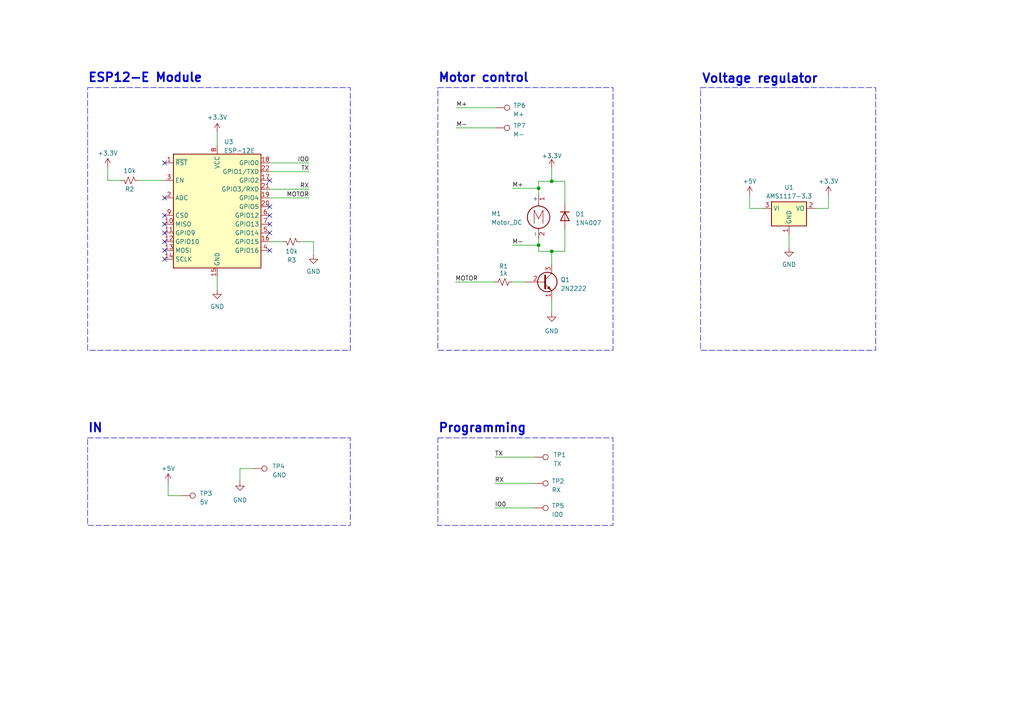
<source format=kicad_sch>
(kicad_sch (version 20230121) (generator eeschema)
  (paper "A4")
  (title_block (title "Smart Air Freshener") (date "2023-05-23") (rev "1.0"))
  (lib_symbols
    (symbol "Connector:TestPoint" (pin_numbers hide) (pin_names (offset 0.762) hide)
      (property "Reference" "TP" (at 0 6.858 0))
      (property "Value" "TestPoint" (at 0 5.08 0))
      (symbol "TestPoint_0_1"
        (circle (center 0 3.302) (radius 0.762))
      )
      (symbol "TestPoint_1_1"
        (pin passive line (at 0 0 90) (length 2.54) (name "1") (number "1"))
      )
    )
    (symbol "Device:R_Small_US" (pin_numbers hide) (pin_names (offset 0.254) hide)
      (property "Reference" "R" (at 0.762 0.508 0))
      (property "Value" "R_Small_US" (at 0.762 -1.016 0))
      (symbol "R_Small_US_1_1"
        (polyline (pts (xy 0 0) (xy 1.016 -0.381) (xy 0 -0.762) (xy -1.016 -1.143) (xy 0 -1.524)))
        (polyline (pts (xy 0 1.524) (xy 1.016 1.143) (xy 0 0.762) (xy -1.016 0.381) (xy 0 0)))
        (pin passive line (at 0 2.54 270) (length 1.016) (name "~") (number "1"))
        (pin passive line (at 0 -2.54 90) (length 1.016) (name "~") (number "2"))
      )
    )
    (symbol "Diode:1N4007" (pin_numbers hide) (pin_names hide)
      (property "Reference" "D" (at 0 2.54 0))
      (property "Value" "1N4007" (at 0 -2.54 0))
      (symbol "1N4007_0_1"
        (polyline (pts (xy -1.27 1.27) (xy -1.27 -1.27)) (stroke (width 0.254)))
        (polyline (pts (xy 1.27 0) (xy -1.27 0)))
        (polyline (pts (xy 1.27 1.27) (xy 1.27 -1.27) (xy -1.27 0) (xy 1.27 1.27)) (stroke (width 0.254)))
      )
      (symbol "1N4007_1_1"
        (pin passive line (at -3.81 0 0) (length 2.54) (name "K") (number "1"))
        (pin passive line (at 3.81 0 180) (length 2.54) (name "A") (number "2"))
      )
    )
    (symbol "GND_1" (power) (pin_names (offset 0))
      (property "Value" "GND_1" (at 0 -3.81 0))
      (symbol "GND_1_0_1"
        (polyline (pts (xy 0 0) (xy 0 -1.27) (xy 1.27 -1.27) (xy 0 -2.54) (xy -1.27 -1.27) (xy 0 -1.27)))
      )
      (symbol "GND_1_1_1"
        (pin power_in line (at 0 0 270) (length 0) hide (name "GND") (number "1"))
      )
    )
    (symbol "GND_2" (power) (pin_names (offset 0))
      (property "Value" "GND_2" (at 0 -3.81 0))
      (symbol "GND_2_0_1"
        (polyline (pts (xy 0 0) (xy 0 -1.27) (xy 1.27 -1.27) (xy 0 -2.54) (xy -1.27 -1.27) (xy 0 -1.27)))
      )
      (symbol "GND_2_1_1"
        (pin power_in line (at 0 0 270) (length 0) hide (name "GND") (number "1"))
      )
    )
    (symbol "GND_3" (power) (pin_names (offset 0))
      (property "Value" "GND_3" (at 0 -3.81 0))
      (symbol "GND_3_0_1"
        (polyline (pts (xy 0 0) (xy 0 -1.27) (xy 1.27 -1.27) (xy 0 -2.54) (xy -1.27 -1.27) (xy 0 -1.27)))
      )
      (symbol "GND_3_1_1"
        (pin power_in line (at 0 0 270) (length 0) hide (name "GND") (number "1"))
      )
    )
    (symbol "Motor:Motor_DC" (pin_names (offset 0))
      (property "Reference" "M" (at 2.54 2.54 0))
      (property "Value" "Motor_DC" (at 2.54 -5.08 0))
      (symbol "Motor_DC_0_0"
        (polyline (pts (xy -1.27 -3.302) (xy -1.27 0.508) (xy 0 -2.032) (xy 1.27 0.508) (xy 1.27 -3.302)))
      )
      (symbol "Motor_DC_0_1"
        (circle (center 0 -1.524) (radius 3.2512) (stroke (width 0.254)))
        (polyline (pts (xy 0 -7.62) (xy 0 -7.112)))
        (polyline (pts (xy 0 -4.7752) (xy 0 -5.1816)))
        (polyline (pts (xy 0 1.7272) (xy 0 2.0828)))
        (polyline (pts (xy 0 2.032) (xy 0 2.54)))
      )
      (symbol "Motor_DC_1_1"
        (pin passive line (at 0 5.08 270) (length 2.54) (name "+") (number "1"))
        (pin passive line (at 0 -7.62 90) (length 2.54) (name "-") (number "2"))
      )
    )
    (symbol "RF_Module:ESP-12E"
      (property "Reference" "U" (at -12.7 19.05 0))
      (property "Value" "ESP-12E" (at 12.7 19.05 0))
      (symbol "ESP-12E_0_1"
        (rectangle (start -12.7 17.78) (end 12.7 -15.24) (stroke (width 0.254)) (fill (type background)))
      )
      (symbol "ESP-12E_1_1"
        (pin input line (at -15.24 15.24 0) (length 2.54) (name "~{RST}") (number "1"))
        (pin bidirectional line (at -15.24 -2.54 0) (length 2.54) (name "MISO") (number "10"))
        (pin bidirectional line (at -15.24 -5.08 0) (length 2.54) (name "GPIO9") (number "11"))
        (pin bidirectional line (at -15.24 -7.62 0) (length 2.54) (name "GPIO10") (number "12"))
        (pin bidirectional line (at -15.24 -10.16 0) (length 2.54) (name "MOSI") (number "13"))
        (pin bidirectional line (at -15.24 -12.7 0) (length 2.54) (name "SCLK") (number "14"))
        (pin power_in line (at 0 -17.78 90) (length 2.54) (name "GND") (number "15"))
        (pin bidirectional line (at 15.24 -7.62 180) (length 2.54) (name "GPIO15") (number "16"))
        (pin bidirectional line (at 15.24 10.16 180) (length 2.54) (name "GPIO2") (number "17"))
        (pin bidirectional line (at 15.24 15.24 180) (length 2.54) (name "GPIO0") (number "18"))
        (pin bidirectional line (at 15.24 5.08 180) (length 2.54) (name "GPIO4") (number "19"))
        (pin input line (at -15.24 5.08 0) (length 2.54) (name "ADC") (number "2"))
        (pin bidirectional line (at 15.24 2.54 180) (length 2.54) (name "GPIO5") (number "20"))
        (pin bidirectional line (at 15.24 7.62 180) (length 2.54) (name "GPIO3/RXD") (number "21"))
        (pin bidirectional line (at 15.24 12.7 180) (length 2.54) (name "GPIO1/TXD") (number "22"))
        (pin input line (at -15.24 10.16 0) (length 2.54) (name "EN") (number "3"))
        (pin bidirectional line (at 15.24 -10.16 180) (length 2.54) (name "GPIO16") (number "4"))
        (pin bidirectional line (at 15.24 -5.08 180) (length 2.54) (name "GPIO14") (number "5"))
        (pin bidirectional line (at 15.24 0 180) (length 2.54) (name "GPIO12") (number "6"))
        (pin bidirectional line (at 15.24 -2.54 180) (length 2.54) (name "GPIO13") (number "7"))
        (pin power_in line (at 0 20.32 270) (length 2.54) (name "VCC") (number "8"))
        (pin input line (at -15.24 0 0) (length 2.54) (name "CS0") (number "9"))
      )
    )
    (symbol "Regulator_Linear:AMS1117-3.3"
      (property "Reference" "U" (at -3.81 3.175 0))
      (property "Value" "AMS1117-3.3" (at 0 3.175 0))
      (symbol "AMS1117-3.3_0_1"
        (rectangle (start -5.08 -5.08) (end 5.08 1.905) (stroke (width 0.254)) (fill (type background)))
      )
      (symbol "AMS1117-3.3_1_1"
        (pin power_in line (at 0 -7.62 90) (length 2.54) (name "GND") (number "1"))
        (pin power_out line (at 7.62 0 180) (length 2.54) (name "VO") (number "2"))
        (pin power_in line (at -7.62 0 0) (length 2.54) (name "VI") (number "3"))
      )
    )
    (symbol "Transistor_BJT:2N3904" (pin_names (offset 0) hide)
      (property "Reference" "Q" (at 5.08 1.905 0))
      (property "Value" "2N3904" (at 5.08 0 0))
      (symbol "2N3904_0_1"
        (polyline (pts (xy 0.635 0.635) (xy 2.54 2.54)))
        (polyline (pts (xy 0.635 -0.635) (xy 2.54 -2.54) (xy 2.54 -2.54)))
        (polyline (pts (xy 0.635 1.905) (xy 0.635 -1.905) (xy 0.635 -1.905)) (stroke (width 0.508)))
        (polyline (pts (xy 1.27 -1.778) (xy 1.778 -1.27) (xy 2.286 -2.286) (xy 1.27 -1.778) (xy 1.27 -1.778)) (fill (type outline)))
        (circle (center 1.27 0) (radius 2.8194) (stroke (width 0.254)))
      )
      (symbol "2N3904_1_1"
        (pin passive line (at 2.54 -5.08 90) (length 2.54) (name "E") (number "1"))
        (pin passive line (at -5.08 0 0) (length 5.715) (name "B") (number "2"))
        (pin passive line (at 2.54 5.08 270) (length 2.54) (name "C") (number "3"))
      )
    )
    (symbol "power:+3.3V" (power) (pin_names (offset 0))
      (property "Value" "+3.3V" (at 0 3.556 0))
      (symbol "+3.3V_0_1"
        (polyline (pts (xy -0.762 1.27) (xy 0 2.54)))
        (polyline (pts (xy 0 0) (xy 0 2.54)))
        (polyline (pts (xy 0 2.54) (xy 0.762 1.27)))
      )
      (symbol "+3.3V_1_1"
        (pin power_in line (at 0 0 90) (length 0) hide (name "+3.3V") (number "1"))
      )
    )
    (symbol "power:+5V" (power) (pin_names (offset 0))
      (property "Value" "+5V" (at 0 3.556 0))
      (symbol "+5V_0_1"
        (polyline (pts (xy -0.762 1.27) (xy 0 2.54)))
        (polyline (pts (xy 0 0) (xy 0 2.54)))
        (polyline (pts (xy 0 2.54) (xy 0.762 1.27)))
      )
      (symbol "+5V_1_1"
        (pin power_in line (at 0 0 90) (length 0) hide (name "+5V") (number "1"))
      )
    )
    (symbol "power:GND" (power) (pin_names (offset 0))
      (property "Value" "GND" (at 0 -3.81 0))
      (symbol "GND_0_1"
        (polyline (pts (xy 0 0) (xy 0 -1.27) (xy 1.27 -1.27) (xy 0 -2.54) (xy -1.27 -1.27) (xy 0 -1.27)))
      )
      (symbol "GND_1_1"
        (pin power_in line (at 0 0 270) (length 0) hide (name "GND") (number "1"))
      )
    )
  )
  (junction (at 156.21 71.12))
  (junction (at 160.02 52.578))
  (junction (at 160.02 72.898))
  (junction (at 156.21 54.61))
  (no_connect (at 47.752 72.644))
  (no_connect (at 78.232 67.564))
  (no_connect (at 78.232 62.484))
  (no_connect (at 47.752 67.564))
  (no_connect (at 47.752 65.024))
  (no_connect (at 47.752 70.104))
  (no_connect (at 78.232 59.944))
  (no_connect (at 47.752 47.244))
  (no_connect (at 47.752 57.404))
  (no_connect (at 78.232 52.324))
  (no_connect (at 47.752 75.184))
  (no_connect (at 78.232 65.024))
  (no_connect (at 47.752 62.484))
  (no_connect (at 78.232 72.644))
  (wire (pts (xy 78.232 57.404) (xy 89.662 57.404)))
  (wire (pts (xy 82.042 70.104) (xy 78.232 70.104)))
  (wire (pts (xy 240.284 60.452) (xy 236.474 60.452)))
  (wire (pts (xy 31.242 52.324) (xy 31.242 48.514)))
  (wire (pts (xy 156.21 52.578) (xy 160.02 52.578)))
  (wire (pts (xy 69.596 135.89) (xy 69.596 139.7)))
  (wire (pts (xy 78.232 49.784) (xy 89.662 49.784)))
  (wire (pts (xy 163.83 66.548) (xy 163.83 72.898)))
  (wire (pts (xy 90.932 70.104) (xy 90.932 73.914)))
  (wire (pts (xy 160.02 48.768) (xy 160.02 52.578)))
  (wire (pts (xy 40.132 52.324) (xy 47.752 52.324)))
  (wire (pts (xy 132.08 81.788) (xy 143.51 81.788)))
  (wire (pts (xy 78.232 54.864) (xy 89.662 54.864)))
  (wire (pts (xy 156.21 54.61) (xy 156.21 56.388)))
  (wire (pts (xy 62.992 42.164) (xy 62.992 38.354)))
  (wire (pts (xy 143.764 37.084) (xy 132.334 37.084)))
  (wire (pts (xy 35.052 52.324) (xy 31.242 52.324)))
  (wire (pts (xy 221.234 60.452) (xy 217.424 60.452)))
  (wire (pts (xy 154.94 140.208) (xy 143.51 140.208)))
  (wire (pts (xy 62.992 80.264) (xy 62.992 84.074)))
  (wire (pts (xy 217.424 56.642) (xy 217.424 60.452)))
  (wire (pts (xy 160.02 86.868) (xy 160.02 90.678)))
  (wire (pts (xy 160.02 72.898) (xy 160.02 76.708)))
  (wire (pts (xy 228.854 68.072) (xy 228.854 71.882)))
  (wire (pts (xy 154.94 147.32) (xy 143.51 147.32)))
  (wire (pts (xy 156.21 72.898) (xy 160.02 72.898)))
  (wire (pts (xy 52.578 143.764) (xy 48.768 143.764)))
  (wire (pts (xy 240.284 56.642) (xy 240.284 60.452)))
  (wire (pts (xy 69.596 135.89) (xy 73.406 135.89)))
  (wire (pts (xy 154.94 132.588) (xy 143.51 132.588)))
  (wire (pts (xy 90.932 70.104) (xy 87.122 70.104)))
  (wire (pts (xy 48.768 139.954) (xy 48.768 143.764)))
  (wire (pts (xy 143.764 31.242) (xy 132.334 31.242)))
  (wire (pts (xy 160.02 72.898) (xy 163.83 72.898)))
  (wire (pts (xy 160.02 52.578) (xy 163.83 52.578)))
  (wire (pts (xy 148.59 71.12) (xy 156.21 71.12)))
  (wire (pts (xy 156.21 71.12) (xy 156.21 72.898)))
  (wire (pts (xy 78.232 47.244) (xy 89.662 47.244)))
  (wire (pts (xy 163.83 52.578) (xy 163.83 58.928)))
  (wire (pts (xy 148.59 54.61) (xy 156.21 54.61)))
  (wire (pts (xy 156.21 52.578) (xy 156.21 54.61)))
  (wire (pts (xy 148.59 81.788) (xy 152.4 81.788)))
  (wire (pts (xy 156.21 69.088) (xy 156.21 71.12)))
  (rectangle (start 203.2 25.4) (end 254 101.6) (stroke (width 0) (type dash)))
  (rectangle (start 127 127) (end 177.8 152.4) (stroke (width 0) (type dash)))
  (rectangle (start 25.4 25.4) (end 101.6 101.6) (stroke (width 0) (type dash)))
  (rectangle (start 127 25.4) (end 177.8 101.6) (stroke (width 0) (type dash)))
  (rectangle (start 25.4 127) (end 101.6 152.4) (stroke (width 0) (type dash)))
  (text "Voltage regulator" (at 203.454 24.384 0) (effects (font (size 2.54 2.54) (thickness 0.508) bold) (justify left bottom)))
  (text "ESP12-E Module" (at 25.4 24.13 0) (effects (font (size 2.54 2.54) (thickness 0.508) bold) (justify left bottom)))
  (text "IN" (at 25.4 125.73 0) (effects (font (size 2.54 2.54) (thickness 0.508) bold) (justify left bottom)))
  (text "Motor control" (at 127 24.13 0) (effects (font (size 2.54 2.54) (thickness 0.508) bold) (justify left bottom)))
  (text "Programming" (at 127 125.73 0) (effects (font (size 2.54 2.54) (thickness 0.508) bold) (justify left bottom)))
  (label "M-" (at 148.59 71.12 0))
  (label "IO0" (at 89.662 47.244 180))
  (label "IO0" (at 143.51 147.32 0))
  (label "RX" (at 143.51 140.208 0))
  (label "M-" (at 132.334 37.084 0))
  (label "MOTOR" (at 132.08 81.788 0))
  (label "TX" (at 89.662 49.784 180))
  (label "TX" (at 143.51 132.588 0))
  (label "M+" (at 148.59 54.61 0))
  (label "M+" (at 132.334 31.242 0))
  (label "MOTOR" (at 89.662 57.404 180))
  (label "RX" (at 89.662 54.864 180))
  (symbol (lib_id "power:+3.3V") (at 62.992 38.354 0) (unit 1)
    (property "Reference" "#PWR03" (effects hide))
    (property "Value" "+3.3V" (at 62.992 34.036 0))
  )
  (symbol (lib_id "power:+3.3V") (at 160.02 48.768 0) (unit 1)
    (property "Reference" "#PWR010" (effects hide))
    (property "Value" "+3.3V" (at 160.02 45.212 0))
  )
  (symbol (lib_id "Device:R_Small_US") (at 146.05 81.788 90) (unit 1)
    (property "Reference" "R1" (at 146.05 77.216 90))
    (property "Value" "1k" (at 146.05 79.248 90))
    (property "Footprint" "Resistor_THT:R_Axial_DIN0204_L3.6mm_D1.6mm_P2.54mm_Vertical" (effects hide))
  )
  (symbol (lib_id "power:+3.3V") (at 240.284 56.642 0) (unit 1)
    (property "Reference" "#PWR07" (effects hide))
    (property "Value" "+3.3V" (at 240.284 52.578 0))
  )
  (symbol (lib_id "power:+5V") (at 48.768 139.954 0) (unit 1)
    (property "Reference" "#PWR06" (effects hide))
    (property "Value" "+5V" (at 48.768 135.89 0))
  )
  (symbol (lib_id "Regulator_Linear:AMS1117-3.3") (at 228.854 60.452 0) (unit 1)
    (property "Reference" "U1" (at 228.854 54.356 0))
    (property "Value" "AMS1117-3.3" (at 228.854 56.896 0))
    (property "Footprint" "Package_TO_SOT_SMD:SOT-223-3_TabPin2" (effects hide))
    (property "Datasheet" "http://www.advanced-monolithic.com/pdf/ds1117.pdf" (effects hide))
  )
  (symbol (lib_name "GND_3") (lib_id "power:GND") (at 69.596 139.7 0) (unit 1)
    (property "Reference" "#PWR011" (effects hide))
    (property "Value" "GND" (at 69.596 145.034 0))
  )
  (symbol (lib_id "power:GND") (at 90.932 73.914 0) (unit 1)
    (property "Reference" "#PWR05" (effects hide))
    (property "Value" "GND" (at 90.932 78.74 0))
  )
  (symbol (lib_name "GND_2") (lib_id "power:GND") (at 160.02 90.678 0) (unit 1)
    (property "Reference" "#PWR09" (effects hide))
    (property "Value" "GND" (at 160.02 96.012 0))
  )
  (symbol (lib_id "Connector:TestPoint") (at 73.406 135.89 270) (unit 1)
    (property "Reference" "TP4" (at 78.994 135.255 90) (effects (justify left)))
    (property "Value" "GND" (at 78.994 137.795 90) (effects (justify left)))
    (property "Footprint" "TestPoint:TestPoint_Pad_2.0x2.0mm" (effects hide))
  )
  (symbol (lib_id "Motor:Motor_DC") (at 156.21 61.468 0) (unit 1) (on_board no)
    (property "Reference" "M1" (at 142.494 61.976 0) (effects (justify left)))
    (property "Value" "Motor_DC" (at 142.494 64.516 0) (effects (justify left)))
  )
  (symbol (lib_id "Diode:1N4007") (at 163.83 62.738 270) (unit 1)
    (property "Reference" "D1" (at 166.878 62.103 90) (effects (justify left)))
    (property "Value" "1N4007" (at 166.878 64.643 90) (effects (justify left)))
    (property "Footprint" "Diode_THT:D_DO-41_SOD81_P10.16mm_Horizontal" (effects hide))
    (property "Datasheet" "http://www.vishay.com/docs/88503/1n4001.pdf" (effects hide))
    (property "Sim.Device" "D" (effects hide))
    (property "Sim.Pins" "1=K 2=A" (effects hide))
  )
  (symbol (lib_id "Device:R_Small_US") (at 84.582 70.104 90) (mirror x) (unit 1)
    (property "Reference" "R3" (at 84.582 75.438 90))
    (property "Value" "10k" (at 84.582 72.898 90))
    (property "Footprint" "Resistor_THT:R_Axial_DIN0204_L3.6mm_D1.6mm_P2.54mm_Vertical" (effects hide))
    (property "LCSC" "C25804" (effects hide))
  )
  (symbol (lib_id "Connector:TestPoint") (at 143.764 31.242 270) (unit 1)
    (property "Reference" "TP6" (at 148.844 30.607 90) (effects (justify left)))
    (property "Value" "M+" (at 148.844 33.147 90) (effects (justify left)))
    (property "Footprint" "TestPoint:TestPoint_Pad_D3.0mm" (effects hide))
  )
  (symbol (lib_id "Connector:TestPoint") (at 154.94 147.32 270) (unit 1)
    (property "Reference" "TP5" (at 160.02 146.685 90) (effects (justify left)))
    (property "Value" "IO0" (at 160.02 149.225 90) (effects (justify left)))
    (property "Footprint" "TestPoint:TestPoint_Pad_1.0x1.0mm" (effects hide))
  )
  (symbol (lib_id "Connector:TestPoint") (at 52.578 143.764 270) (unit 1)
    (property "Reference" "TP3" (at 57.912 143.129 90) (effects (justify left)))
    (property "Value" "5V" (at 57.912 145.669 90) (effects (justify left)))
    (property "Footprint" "TestPoint:TestPoint_Pad_2.0x2.0mm" (effects hide))
  )
  (symbol (lib_id "Transistor_BJT:2N3904") (at 157.48 81.788 0) (unit 1)
    (property "Reference" "Q1" (at 162.56 81.153 0) (effects (justify left)))
    (property "Value" "2N2222" (at 162.56 83.693 0) (effects (justify left)))
    (property "Footprint" "Package_TO_SOT_THT:TO-92_HandSolder" (effects hide))
    (property "Datasheet" "https://www.onsemi.com/pub/Collateral/2N3903-D.PDF" (effects hide))
  )
  (symbol (lib_id "Device:R_Small_US") (at 37.592 52.324 270) (mirror x) (unit 1)
    (property "Reference" "R2" (at 37.592 54.864 90))
    (property "Value" "10k" (at 37.592 49.53 90))
    (property "Footprint" "Resistor_THT:R_Axial_DIN0204_L3.6mm_D1.6mm_P2.54mm_Vertical" (effects hide))
    (property "LCSC" "C25804" (effects hide))
  )
  (symbol (lib_id "power:GND") (at 62.992 84.074 0) (unit 1)
    (property "Reference" "#PWR04" (effects hide))
    (property "Value" "GND" (at 62.992 88.9 0))
  )
  (symbol (lib_id "RF_Module:ESP-12E") (at 62.992 62.484 0) (unit 1)
    (property "Reference" "U3" (at 64.9479 41.148 0) (effects (justify left)))
    (property "Value" "ESP-12E" (at 64.9479 43.688 0) (effects (justify left)))
    (property "Footprint" "RF_Module:ESP-12E" (effects hide))
    (property "Datasheet" "http://wiki.ai-thinker.com/_media/esp8266/esp8266_series_modules_user_manual_v1.1.pdf" (effects hide))
  )
  (symbol (lib_id "power:+3.3V") (at 31.242 48.514 0) (unit 1)
    (property "Reference" "#PWR02" (effects hide))
    (property "Value" "+3.3V" (at 31.242 44.45 0))
  )
  (symbol (lib_name "GND_1") (lib_id "power:GND") (at 228.854 71.882 0) (unit 1)
    (property "Reference" "#PWR08" (effects hide))
    (property "Value" "GND" (at 228.854 76.708 0))
  )
  (symbol (lib_id "Connector:TestPoint") (at 154.94 132.588 270) (unit 1)
    (property "Reference" "TP1" (at 160.528 131.953 90) (effects (justify left)))
    (property "Value" "TX" (at 160.528 134.493 90) (effects (justify left)))
    (property "Footprint" "TestPoint:TestPoint_Pad_1.0x1.0mm" (effects hide))
  )
  (symbol (lib_id "Connector:TestPoint") (at 154.94 140.208 270) (unit 1)
    (property "Reference" "TP2" (at 160.02 139.573 90) (effects (justify left)))
    (property "Value" "RX" (at 160.02 142.113 90) (effects (justify left)))
    (property "Footprint" "TestPoint:TestPoint_Pad_1.0x1.0mm" (effects hide))
  )
  (symbol (lib_id "Connector:TestPoint") (at 143.764 37.084 270) (unit 1)
    (property "Reference" "TP7" (at 148.844 36.449 90) (effects (justify left)))
    (property "Value" "M-" (at 148.844 38.989 90) (effects (justify left)))
    (property "Footprint" "TestPoint:TestPoint_Pad_D3.0mm" (effects hide))
  )
  (symbol (lib_id "power:+5V") (at 217.424 56.642 0) (unit 1)
    (property "Reference" "#PWR01" (effects hide))
    (property "Value" "+5V" (at 217.424 52.578 0))
  )
)
</source>
